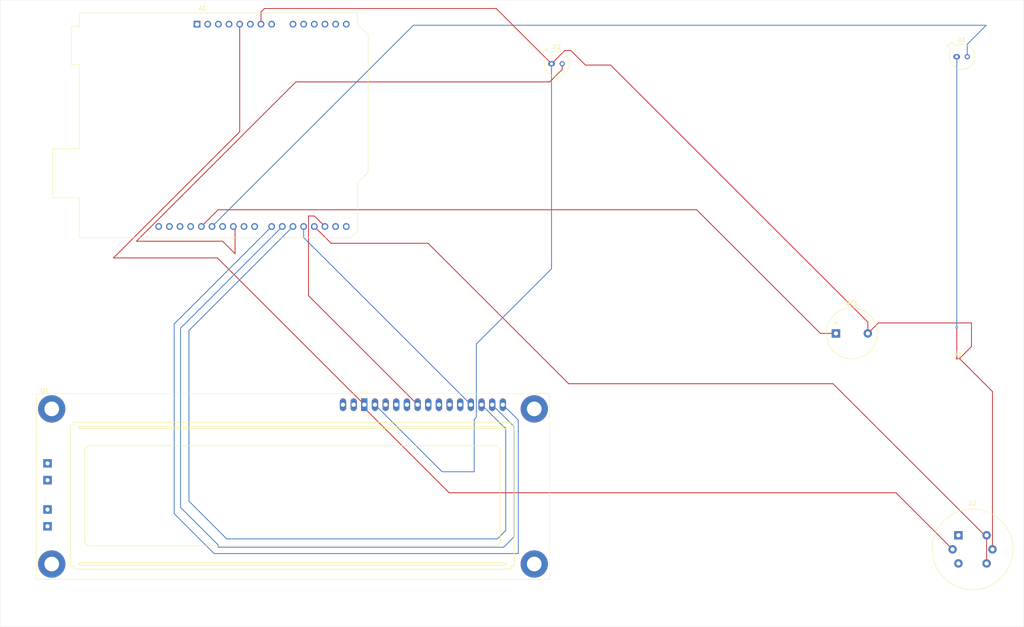
<source format=kicad_pcb>
(kicad_pcb (version 20240108) (generator "pcbnew") (generator_version "8.0")
  (layers (0 "F.Cu" signal) (31 "B.Cu" signal) (34 "B.Paste" user) (35 "F.Paste" user) (36 "B.SilkS" user "B.Silkscreen") (37 "F.SilkS" user "F.Silkscreen") (38 "B.Mask" user) (39 "F.Mask" user) (44 "Edge.Cuts" user))
  (net 0 "")
  (net 1 "Net-(A1-D4)")
  (net 2 "Net-(A1-D3)")
  (net 11 "+5V")
  (net 12 "Net-(A1-D12)")
  (net 13 "GND")
  (net 16 "Net-(A1-D5)")
  (net 18 "Net-(A1-D13)")
  (net 21 "Net-(A1-D10)")
  (net 22 "Net-(A1-D6)")
  (net 31 "Net-(A1-D2)")
  (net 32 "Net-(A1-D7)")
  (net 33 "Net-(D1-K)")
  (footprint "Package_TO_SOT_THT:TO-18-2_Window" (layer "F.Cu") (at 255.46 31)
    (property "Reference" "D1" (at 1.27 -4.02 0) (layer "F.SilkS"))
    (property "Value" "SFH482")
    (fp_line (start -2.214448 -2.494499) (end -1.302281 -1.582331) (stroke (width 0.12)) (layer "F.SilkS"))
    (fp_line (start -1.224499 -3.484448) (end -2.214448 -2.494499) (stroke (width 0.12)) (layer "F.SilkS"))
    (fp_line (start -0.312331 -2.572281) (end -1.224499 -3.484448) (stroke (width 0.12)) (layer "F.SilkS"))
    (fp_arc (start -0.312331 -2.572281) (mid 3.405463 2.135463) (end -1.302281 -1.582331) (stroke (width 0.12)) (layer "F.SilkS"))
    (pad "1" thru_hole oval (at 0 0) (size 1.6 1.2) (drill 0.7) (layers "*.Cu" "*.Mask") (net 33 "Net-(D1-K)"))
    (pad "2" thru_hole circle (at 2.54 0) (size 1.2 1.2) (drill 0.7) (layers "*.Cu" "*.Mask") (net 12 "Net-(A1-D12)"))
  )
  (footprint "Sensor:MQ-6" (layer "F.Cu") (at 255.89 145.14)
    (property "Reference" "U2" (at 3.36 -7.64 0) (layer "F.SilkS"))
    (property "Value" "MQ-6")
    (fp_circle (center 3.36 3.36) (end 12.985 3.36) (stroke (width 0.12)) (fill none) (layer "F.SilkS"))
    (pad "1" thru_hole rect (at 0 0) (size 2 2) (drill 1) (layers "*.Cu" "*.Mask"))
    (pad "2" thru_hole circle (at -1.39 3.36) (size 2 2) (drill 1) (layers "*.Cu" "*.Mask") (net 11 "+5V"))
    (pad "3" thru_hole circle (at 0 6.72 90) (size 2 2) (drill 1) (layers "*.Cu" "*.Mask"))
    (pad "4" thru_hole circle (at 6.72 6.72 180) (size 2 2) (drill 1) (layers "*.Cu" "*.Mask") (net 2 "Net-(A1-D3)"))
    (pad "5" thru_hole circle (at 8.11 3.36) (size 2 2) (drill 1) (layers "*.Cu" "*.Mask") (net 13 "GND"))
    (pad "6" thru_hole circle (at 6.72 0 270) (size 2 2) (drill 1) (layers "*.Cu" "*.Mask") (net 2 "Net-(A1-D3)"))
  )
  (footprint "Buzzer_Beeper:Buzzer_12x9.5RM7.6" (layer "F.Cu") (at 226.7 97)
    (property "Reference" "BZ1" (at 3.8 -7.2 0) (layer "F.SilkS"))
    (property "Value" "Buzzer")
    (fp_circle (center 3.8 0) (end 9.9 0) (stroke (width 0.12)) (fill none) (layer "F.SilkS"))
    (fp_text user "+" (at -0.01 -2.54 0) (layer "F.SilkS"))
    (pad "1" thru_hole rect (at 0 0) (size 2 2) (drill 1) (layers "*.Cu" "*.Mask") (net 18 "Net-(A1-D13)"))
    (pad "2" thru_hole circle (at 7.6 0) (size 2 2) (drill 1) (layers "*.Cu" "*.Mask") (net 13 "GND"))
  )
  (footprint "Display:LCD-016N002L" (layer "F.Cu") (at 114.3 114)
    (property "Reference" "U1" (at -76.21 -3.41 180) (layer "F.SilkS"))
    (property "Value" "LCD-016N002L")
    (fp_line (start -78.14 -2.64) (end -78.14 41.64) (stroke (width 0.12)) (layer "F.SilkS"))
    (fp_line (start -78.14 41.64) (end 44.14 41.64) (stroke (width 0.12)) (layer "F.SilkS"))
    (fp_line (start -69.977 4.953) (end -69.977 38.481) (stroke (width 0.15)) (layer "F.SilkS"))
    (fp_line (start -69.215 4.191) (end -69.215 4.953) (stroke (width 0.15)) (layer "F.SilkS"))
    (fp_line (start -69.215 4.953) (end -69.977 4.953) (stroke (width 0.15)) (layer "F.SilkS"))
    (fp_line (start -69.215 38.481) (end -69.977 38.481) (stroke (width 0.15)) (layer "F.SilkS"))
    (fp_line (start -69.215 39.243) (end -69.215 38.481) (stroke (width 0.15)) (layer "F.SilkS"))
    (fp_line (start -69.215 39.243) (end 34.925 39.243) (stroke (width 0.15)) (layer "F.SilkS"))
    (fp_line (start -68.199 5.461) (end -67.945 5.715) (stroke (width 0.15)) (layer "F.SilkS"))
    (fp_line (start -68.199 37.973) (end -67.945 38.227) (stroke (width 0.15)) (layer "F.SilkS"))
    (fp_line (start -67.945 5.207) (end -68.199 5.461) (stroke (width 0.15)) (layer "F.SilkS"))
    (fp_line (start -67.945 5.715) (end 33.655 5.715) (stroke (width 0.15)) (layer "F.SilkS"))
    (fp_line (start -67.945 37.719) (end -68.199 37.973) (stroke (width 0.15)) (layer "F.SilkS"))
    (fp_line (start -67.945 38.227) (end 33.655 38.227) (stroke (width 0.15)) (layer "F.SilkS"))
    (fp_line (start -66.675 10.541) (end -65.913 9.779) (stroke (width 0.15)) (layer "F.SilkS"))
    (fp_line (start -66.675 32.893) (end -66.675 10.541) (stroke (width 0.15)) (layer "F.SilkS"))
    (fp_line (start -65.913 9.779) (end 31.623 9.779) (stroke (width 0.15)) (layer "F.SilkS"))
    (fp_line (start -65.913 33.655) (end -66.675 32.893) (stroke (width 0.15)) (layer "F.SilkS"))
    (fp_line (start -1 -3) (end 1 -3) (stroke (width 0.12)) (layer "F.SilkS"))
    (fp_line (start 31.623 9.779) (end 32.385 10.541) (stroke (width 0.15)) (layer "F.SilkS"))
    (fp_line (start 31.623 33.655) (end -65.913 33.655) (stroke (width 0.15)) (layer "F.SilkS"))
    (fp_line (start 32.385 10.541) (end 32.385 32.893) (stroke (width 0.15)) (layer "F.SilkS"))
    (fp_line (start 32.385 32.893) (end 31.623 33.655) (stroke (width 0.15)) (layer "F.SilkS"))
    (fp_line (start 33.655 5.207) (end -67.945 5.207) (stroke (width 0.15)) (layer "F.SilkS"))
    (fp_line (start 33.655 5.207) (end 33.909 5.461) (stroke (width 0.15)) (layer "F.SilkS"))
    (fp_line (start 33.655 37.719) (end -67.945 37.719) (stroke (width 0.15)) (layer "F.SilkS"))
    (fp_line (start 33.655 38.227) (end 33.909 37.973) (stroke (width 0.15)) (layer "F.SilkS"))
    (fp_line (start 33.909 5.461) (end 33.655 5.715) (stroke (width 0.15)) (layer "F.SilkS"))
    (fp_line (start 33.909 37.973) (end 33.655 37.719) (stroke (width 0.15)) (layer "F.SilkS"))
    (fp_line (start 34.925 4.191) (end -69.215 4.191) (stroke (width 0.15)) (layer "F.SilkS"))
    (fp_line (start 34.925 4.191) (end 34.925 4.953) (stroke (width 0.15)) (layer "F.SilkS"))
    (fp_line (start 34.925 4.953) (end 35.687 4.953) (stroke (width 0.15)) (layer "F.SilkS"))
    (fp_line (start 34.925 38.481) (end 34.925 39.243) (stroke (width 0.15)) (layer "F.SilkS"))
    (fp_line (start 35.687 38.481) (end 34.925 38.481) (stroke (width 0.15)) (layer "F.SilkS"))
    (fp_line (start 35.687 38.481) (end 35.687 4.953) (stroke (width 0.15)) (layer "F.SilkS"))
    (fp_line (start 44.14 -2.64) (end -78.14 -2.64) (stroke (width 0.12)) (layer "F.SilkS"))
    (fp_line (start 44.14 -2.64) (end 44.14 41.64) (stroke (width 0.12)) (layer "F.SilkS"))
    (pad "" thru_hole circle (at -74.5 1 180) (size 6.5 6.5) (drill 3.5) (layers "*.Cu" "*.Mask"))
    (pad "" thru_hole circle (at -74.5 38 180) (size 6.5 6.5) (drill 3.5) (layers "*.Cu" "*.Mask"))
    (pad "" thru_hole circle (at 40.5 1 180) (size 6.5 6.5) (drill 3.5) (layers "*.Cu" "*.Mask"))
    (pad "" thru_hole circle (at 40.5 38 180) (size 6.5 6.5) (drill 3.5) (layers "*.Cu" "*.Mask"))
    (pad "1" thru_hole rect (at 0 0 180) (size 1.5 3) (drill 1) (layers "*.Cu" "*.Mask") (net 11 "+5V"))
    (pad "2" thru_hole oval (at 2.54 0 180) (size 1.5 3) (drill 1) (layers "*.Cu" "*.Mask") (net 13 "GND"))
    (pad "3" thru_hole oval (at 5.08 0 180) (size 1.5 3) (drill 1) (layers "*.Cu" "*.Mask"))
    (pad "4" thru_hole oval (at 7.62 0 180) (size 1.5 3) (drill 1) (layers "*.Cu" "*.Mask"))
    (pad "5" thru_hole oval (at 10.16 0 180) (size 1.5 3) (drill 1) (layers "*.Cu" "*.Mask"))
    (pad "6" thru_hole oval (at 12.7 0 180) (size 1.5 3) (drill 1) (layers "*.Cu" "*.Mask") (net 31 "Net-(A1-D2)"))
    (pad "7" thru_hole oval (at 15.24 0 180) (size 1.5 3) (drill 1) (layers "*.Cu" "*.Mask"))
    (pad "8" thru_hole oval (at 17.78 0 180) (size 1.5 3) (drill 1) (layers "*.Cu" "*.Mask"))
    (pad "9" thru_hole oval (at 20.32 0 180) (size 1.5 3) (drill 1) (layers "*.Cu" "*.Mask"))
    (pad "10" thru_hole oval (at 22.86 0 180) (size 1.5 3) (drill 1) (layers "*.Cu" "*.Mask"))
    (pad "11" thru_hole oval (at 25.4 0 180) (size 1.5 3) (drill 1) (layers "*.Cu" "*.Mask") (net 1 "Net-(A1-D4)"))
    (pad "12" thru_hole oval (at 27.94 0 180) (size 1.5 3) (drill 1) (layers "*.Cu" "*.Mask") (net 16 "Net-(A1-D5)"))
    (pad "13" thru_hole oval (at 30.48 0 180) (size 1.5 3) (drill 1) (layers "*.Cu" "*.Mask") (net 22 "Net-(A1-D6)"))
    (pad "14" thru_hole oval (at 33.02 0 180) (size 1.5 3) (drill 1) (layers "*.Cu" "*.Mask") (net 32 "Net-(A1-D7)"))
    (pad "15" thru_hole oval (at -2.54 0 180) (size 1.5 3) (drill 1) (layers "*.Cu" "*.Mask"))
    (pad "16" thru_hole oval (at -5.08 0 180) (size 1.5 3) (drill 1) (layers "*.Cu" "*.Mask"))
    (pad "A1" thru_hole rect (at -75.5 14 180) (size 2 2) (drill 1) (layers "*.Cu" "*.Mask"))
    (pad "A2" thru_hole rect (at -75.5 25 180) (size 2 2) (drill 1) (layers "*.Cu" "*.Mask"))
    (pad "K1" thru_hole rect (at -75.5 18 180) (size 2 2) (drill 1) (layers "*.Cu" "*.Mask"))
    (pad "K2" thru_hole rect (at -75.5 29 180) (size 2 2) (drill 1) (layers "*.Cu" "*.Mask"))
  )
  (footprint "Resistor_SMD:R_0201_0603Metric" (layer "F.Cu") (at 255.82 103)
    (property "Reference" "R1" (at 0 -1.05 0) (layer "F.SilkS"))
    (property "Value" "R")
    (pad "1" smd roundrect (at -0.32 0) (size 0.46 0.4) (layers "F.Cu" "F.Mask") (net 33 "Net-(D1-K)"))
    (pad "2" smd roundrect (at 0.32 0) (size 0.46 0.4) (layers "F.Cu" "F.Mask") (net 13 "GND"))
  )
  (footprint "Module:Arduino_UNO_R3" (layer "F.Cu") (at 74.44 23.24)
    (property "Reference" "A1" (at 1.27 -3.81 180) (layer "F.SilkS"))
    (property "Value" "Arduino_UNO_R3")
    (fp_line (start -34.42 29.72) (end -34.42 41.4) (stroke (width 0.12)) (layer "F.SilkS"))
    (fp_line (start -34.42 41.4) (end -28.07 41.4) (stroke (width 0.12)) (layer "F.SilkS"))
    (fp_line (start -29.97 0.51) (end -29.97 9.65) (stroke (width 0.12)) (layer "F.SilkS"))
    (fp_line (start -29.97 9.65) (end -28.07 9.65) (stroke (width 0.12)) (layer "F.SilkS"))
    (fp_line (start -28.07 -2.67) (end -28.07 0.51) (stroke (width 0.12)) (layer "F.SilkS"))
    (fp_line (start -28.07 0.51) (end -29.97 0.51) (stroke (width 0.12)) (layer "F.SilkS"))
    (fp_line (start -28.07 9.65) (end -28.07 29.72) (stroke (width 0.12)) (layer "F.SilkS"))
    (fp_line (start -28.07 29.72) (end -34.42 29.72) (stroke (width 0.12)) (layer "F.SilkS"))
    (fp_line (start -28.07 41.4) (end -28.07 50.93) (stroke (width 0.12)) (layer "F.SilkS"))
    (fp_line (start -28.07 50.93) (end 36.58 50.93) (stroke (width 0.12)) (layer "F.SilkS"))
    (fp_line (start 36.58 50.93) (end 38.23 49.28) (stroke (width 0.12)) (layer "F.SilkS"))
    (fp_line (start 38.23 -2.67) (end -28.07 -2.67) (stroke (width 0.12)) (layer "F.SilkS"))
    (fp_line (start 38.23 0) (end 38.23 -2.67) (stroke (width 0.12)) (layer "F.SilkS"))
    (fp_line (start 38.23 37.85) (end 40.77 35.31) (stroke (width 0.12)) (layer "F.SilkS"))
    (fp_line (start 38.23 49.28) (end 38.23 37.85) (stroke (width 0.12)) (layer "F.SilkS"))
    (fp_line (start 40.77 2.54) (end 38.23 0) (stroke (width 0.12)) (layer "F.SilkS"))
    (fp_line (start 40.77 35.31) (end 40.77 2.54) (stroke (width 0.12)) (layer "F.SilkS"))
    (pad "1" thru_hole rect (at 0 0 90) (size 1.6 1.6) (drill 1) (layers "*.Cu" "*.Mask"))
    (pad "2" thru_hole oval (at 2.54 0 90) (size 1.6 1.6) (drill 1) (layers "*.Cu" "*.Mask"))
    (pad "3" thru_hole oval (at 5.08 0 90) (size 1.6 1.6) (drill 1) (layers "*.Cu" "*.Mask"))
    (pad "4" thru_hole oval (at 7.62 0 90) (size 1.6 1.6) (drill 1) (layers "*.Cu" "*.Mask"))
    (pad "5" thru_hole oval (at 10.16 0 90) (size 1.6 1.6) (drill 1) (layers "*.Cu" "*.Mask") (net 11 "+5V"))
    (pad "6" thru_hole oval (at 12.7 0 90) (size 1.6 1.6) (drill 1) (layers "*.Cu" "*.Mask"))
    (pad "7" thru_hole oval (at 15.24 0 90) (size 1.6 1.6) (drill 1) (layers "*.Cu" "*.Mask") (net 13 "GND"))
    (pad "8" thru_hole oval (at 17.78 0 90) (size 1.6 1.6) (drill 1) (layers "*.Cu" "*.Mask"))
    (pad "9" thru_hole oval (at 22.86 0 90) (size 1.6 1.6) (drill 1) (layers "*.Cu" "*.Mask"))
    (pad "10" thru_hole oval (at 25.4 0 90) (size 1.6 1.6) (drill 1) (layers "*.Cu" "*.Mask"))
    (pad "11" thru_hole oval (at 27.94 0 90) (size 1.6 1.6) (drill 1) (layers "*.Cu" "*.Mask"))
    (pad "12" thru_hole oval (at 30.48 0 90) (size 1.6 1.6) (drill 1) (layers "*.Cu" "*.Mask"))
    (pad "13" thru_hole oval (at 33.02 0 90) (size 1.6 1.6) (drill 1) (layers "*.Cu" "*.Mask"))
    (pad "14" thru_hole oval (at 35.56 0 90) (size 1.6 1.6) (drill 1) (layers "*.Cu" "*.Mask"))
    (pad "15" thru_hole oval (at 35.56 48.26 90) (size 1.6 1.6) (drill 1) (layers "*.Cu" "*.Mask"))
    (pad "16" thru_hole oval (at 33.02 48.26 90) (size 1.6 1.6) (drill 1) (layers "*.Cu" "*.Mask"))
    (pad "17" thru_hole oval (at 30.48 48.26 90) (size 1.6 1.6) (drill 1) (layers "*.Cu" "*.Mask") (net 31 "Net-(A1-D2)"))
    (pad "18" thru_hole oval (at 27.94 48.26 90) (size 1.6 1.6) (drill 1) (layers "*.Cu" "*.Mask") (net 2 "Net-(A1-D3)"))
    (pad "19" thru_hole oval (at 25.4 48.26 90) (size 1.6 1.6) (drill 1) (layers "*.Cu" "*.Mask") (net 1 "Net-(A1-D4)"))
    (pad "20" thru_hole oval (at 22.86 48.26 90) (size 1.6 1.6) (drill 1) (layers "*.Cu" "*.Mask") (net 16 "Net-(A1-D5)"))
    (pad "21" thru_hole oval (at 20.32 48.26 90) (size 1.6 1.6) (drill 1) (layers "*.Cu" "*.Mask") (net 22 "Net-(A1-D6)"))
    (pad "22" thru_hole oval (at 17.78 48.26 90) (size 1.6 1.6) (drill 1) (layers "*.Cu" "*.Mask") (net 32 "Net-(A1-D7)"))
    (pad "23" thru_hole oval (at 13.72 48.26 90) (size 1.6 1.6) (drill 1) (layers "*.Cu" "*.Mask"))
    (pad "24" thru_hole oval (at 11.18 48.26 90) (size 1.6 1.6) (drill 1) (layers "*.Cu" "*.Mask"))
    (pad "25" thru_hole oval (at 8.64 48.26 90) (size 1.6 1.6) (drill 1) (layers "*.Cu" "*.Mask") (net 21 "Net-(A1-D10)"))
    (pad "26" thru_hole oval (at 6.1 48.26 90) (size 1.6 1.6) (drill 1) (layers "*.Cu" "*.Mask"))
    (pad "27" thru_hole oval (at 3.56 48.26 90) (size 1.6 1.6) (drill 1) (layers "*.Cu" "*.Mask") (net 12 "Net-(A1-D12)"))
    (pad "28" thru_hole oval (at 1.02 48.26 90) (size 1.6 1.6) (drill 1) (layers "*.Cu" "*.Mask") (net 18 "Net-(A1-D13)"))
    (pad "29" thru_hole oval (at -1.52 48.26 90) (size 1.6 1.6) (drill 1) (layers "*.Cu" "*.Mask"))
    (pad "30" thru_hole oval (at -4.06 48.26 90) (size 1.6 1.6) (drill 1) (layers "*.Cu" "*.Mask"))
    (pad "31" thru_hole oval (at -6.6 48.26 90) (size 1.6 1.6) (drill 1) (layers "*.Cu" "*.Mask"))
    (pad "32" thru_hole oval (at -9.14 48.26 90) (size 1.6 1.6) (drill 1) (layers "*.Cu" "*.Mask"))
  )
  (footprint "Package_TO_SOT_THT:TO-18-2_Window" (layer "F.Cu") (at 158.914724 32.684724)
    (property "Reference" "D2" (at 1.27 -4.02 0) (layer "F.SilkS"))
    (property "Value" "SFH482")
    (fp_line (start -2.214448 -2.494499) (end -1.302281 -1.582331) (stroke (width 0.12)) (layer "F.SilkS"))
    (fp_line (start -1.224499 -3.484448) (end -2.214448 -2.494499) (stroke (width 0.12)) (layer "F.SilkS"))
    (fp_line (start -0.312331 -2.572281) (end -1.224499 -3.484448) (stroke (width 0.12)) (layer "F.SilkS"))
    (fp_arc (start -0.312331 -2.572281) (mid 3.405463 2.135463) (end -1.302281 -1.582331) (stroke (width 0.12)) (layer "F.SilkS"))
    (pad "1" thru_hole oval (at 0 0) (size 1.6 1.2) (drill 0.7) (layers "*.Cu" "*.Mask") (net 13 "GND"))
    (pad "2" thru_hole circle (at 2.54 0) (size 1.2 1.2) (drill 0.7) (layers "*.Cu" "*.Mask") (net 21 "Net-(A1-D10)"))
  )
  (gr_rect (start 27.5 17.5) (end 271.5 167) (stroke (width 0.05)) (fill none) (layer "Edge.Cuts"))
  (segment (start 139.7 114) (end 99.84 74.14) (width 0.2) (layer "B.Cu") (net 1))
  (segment (start 99.84 74.14) (end 99.84 71.5) (width 0.2) (layer "B.Cu") (net 1))
  (segment (start 226 109) (end 163 109) (width 0.2) (layer "F.Cu") (net 2))
  (segment (start 129.5 75.5) (end 106.38 75.5) (width 0.2) (layer "F.Cu") (net 2))
  (segment (start 262.61 151.86) (end 262.61 145.14) (width 0.2) (layer "F.Cu") (net 2))
  (segment (start 163 109) (end 129.5 75.5) (width 0.2) (layer "F.Cu") (net 2))
  (segment (start 106.38 75.5) (end 102.38 71.5) (width 0.2) (layer "F.Cu") (net 2))
  (segment (start 262.14 145.14) (end 226 109) (width 0.2) (layer "F.Cu") (net 2))
  (segment (start 262.61 145.14) (end 262.14 145.14) (width 0.2) (layer "F.Cu") (net 2))
  (segment (start 134.5 135) (end 241 135) (width 0.2) (layer "F.Cu") (net 11))
  (segment (start 241 135) (end 254.5 148.5) (width 0.2) (layer "F.Cu") (net 11))
  (segment (start 79.3 79) (end 114.3 114) (width 0.2) (layer "F.Cu") (net 11))
  (segment (start 114.3 114.8) (end 134.5 135) (width 0.2) (layer "F.Cu") (net 11))
  (segment (start 84.6 48.9) (end 54.5 79) (width 0.2) (layer "F.Cu") (net 11))
  (segment (start 84.6 23.24) (end 84.6 48.9) (width 0.2) (layer "F.Cu") (net 11))
  (segment (start 54.5 79) (end 79.3 79) (width 0.2) (layer "F.Cu") (net 11))
  (segment (start 114.3 114) (end 114.3 114.8) (width 0.2) (layer "F.Cu") (net 11))
  (segment (start 258 28) (end 258 31) (width 0.2) (layer "B.Cu") (net 12))
  (segment (start 262.5 23.5) (end 258 28) (width 0.2) (layer "B.Cu") (net 12))
  (segment (start 126 23.5) (end 262.5 23.5) (width 0.2) (layer "B.Cu") (net 12))
  (segment (start 78 71.5) (end 126 23.5) (width 0.2) (layer "B.Cu") (net 12))
  (segment (start 158.914724 32.684724) (end 145.73 19.5) (width 0.2) (layer "F.Cu") (net 13))
  (segment (start 167 33) (end 163.5 29.5) (width 0.2) (layer "F.Cu") (net 13))
  (segment (start 90.5 19.5) (end 89.68 20.32) (width 0.2) (layer "F.Cu") (net 13))
  (segment (start 162.099448 29.5) (end 158.914724 32.684724) (width 0.2) (layer "F.Cu") (net 13))
  (segment (start 89.68 20.32) (end 89.68 23.24) (width 0.2) (layer "F.Cu") (net 13))
  (segment (start 163.5 29.5) (end 162.099448 29.5) (width 0.2) (layer "F.Cu") (net 13))
  (segment (start 145.73 19.5) (end 90.5 19.5) (width 0.2) (layer "F.Cu") (net 13))
  (segment (start 259 100.14) (end 259 94.5) (width 0.2) (layer "F.Cu") (net 13))
  (segment (start 256.14 103) (end 259 100.14) (width 0.2) (layer "F.Cu") (net 13))
  (segment (start 236.8 94.5) (end 234.3 97) (width 0.2) (layer "F.Cu") (net 13))
  (segment (start 173 33) (end 167 33) (width 0.2) (layer "F.Cu") (net 13))
  (segment (start 264 148.5) (end 264 110.86) (width 0.2) (layer "F.Cu") (net 13))
  (segment (start 234.3 97) (end 234.3 94.3) (width 0.2) (layer "F.Cu") (net 13))
  (segment (start 234.3 94.3) (end 173 33) (width 0.2) (layer "F.Cu") (net 13))
  (segment (start 259 94.5) (end 236.8 94.5) (width 0.2) (layer "F.Cu") (net 13))
  (segment (start 264 110.86) (end 256.14 103) (width 0.2) (layer "F.Cu") (net 13))
  (segment (start 140.5 117.5) (end 141 117) (width 0.2) (layer "B.Cu") (net 13))
  (segment (start 116.84 114) (end 132.84 130) (width 0.2) (layer "B.Cu") (net 13))
  (segment (start 132.84 130) (end 140.5 130) (width 0.2) (layer "B.Cu") (net 13))
  (segment (start 158.914724 81.585276) (end 158.914724 32.684724) (width 0.2) (layer "B.Cu") (net 13))
  (segment (start 140.5 130) (end 140.5 117.5) (width 0.2) (layer "B.Cu") (net 13))
  (segment (start 141 117) (end 141 99.5) (width 0.2) (layer "B.Cu") (net 13))
  (segment (start 141 99.5) (end 158.914724 81.585276) (width 0.2) (layer "B.Cu") (net 13))
  (segment (start 148 119.5) (end 148 144) (width 0.2) (layer "B.Cu") (net 16))
  (segment (start 142.24 114) (end 147.74 119.5) (width 0.2) (layer "B.Cu") (net 16))
  (segment (start 72.5 137) (end 72.5 96.3) (width 0.2) (layer "B.Cu") (net 16))
  (segment (start 147.74 119.5) (end 148 119.5) (width 0.2) (layer "B.Cu") (net 16))
  (segment (start 146 146) (end 81.5 146) (width 0.2) (layer "B.Cu") (net 16))
  (segment (start 72.5 96.3) (end 97.3 71.5) (width 0.2) (layer "B.Cu") (net 16))
  (segment (start 81.5 146) (end 72.5 137) (width 0.2) (layer "B.Cu") (net 16))
  (segment (start 148 144) (end 146 146) (width 0.2) (layer "B.Cu") (net 16))
  (segment (start 226.7 97) (end 223 97) (width 0.2) (layer "F.Cu") (net 18))
  (segment (start 223 97) (end 193.5 67.5) (width 0.2) (layer "F.Cu") (net 18))
  (segment (start 193.5 67.5) (end 79.46 67.5) (width 0.2) (layer "F.Cu") (net 18))
  (segment (start 79.46 67.5) (end 75.46 71.5) (width 0.2) (layer "F.Cu") (net 18))
  (segment (start 161.454724 34.045276) (end 161.454724 32.684724) (width 0.2) (layer "F.Cu") (net 21))
  (segment (start 83.5 78) (end 80.5 75) (width 0.2) (layer "F.Cu") (net 21))
  (segment (start 60 75) (end 98 37) (width 0.2) (layer "F.Cu") (net 21))
  (segment (start 80.5 75) (end 60 75) (width 0.2) (layer "F.Cu") (net 21))
  (segment (start 83.08 71.5) (end 83.5 71.92) (width 0.2) (layer "F.Cu") (net 21))
  (segment (start 158.5 37) (end 161.454724 34.045276) (width 0.2) (layer "F.Cu") (net 21))
  (segment (start 98 37) (end 158.5 37) (width 0.2) (layer "F.Cu") (net 21))
  (segment (start 83.5 71.92) (end 83.5 78) (width 0.2) (layer "F.Cu") (net 21))
  (segment (start 94.76 71.5) (end 70.5 95.76) (width 0.2) (layer "B.Cu") (net 22))
  (segment (start 79.5 148) (end 147.5 148) (width 0.2) (layer "B.Cu") (net 22))
  (segment (start 70.5 138.5) (end 79.5 147.5) (width 0.2) (layer "B.Cu") (net 22))
  (segment (start 147.5 148) (end 150 145.5) (width 0.2) (layer "B.Cu") (net 22))
  (segment (start 150 119.22) (end 144.78 114) (width 0.2) (layer "B.Cu") (net 22))
  (segment (start 70.5 95.76) (end 70.5 138.5) (width 0.2) (layer "B.Cu") (net 22))
  (segment (start 150 145.5) (end 150 119.22) (width 0.2) (layer "B.Cu") (net 22))
  (segment (start 79.5 147.5) (end 79.5 148) (width 0.2) (layer "B.Cu") (net 22))
  (segment (start 102.42 69) (end 104.92 71.5) (width 0.2) (layer "F.Cu") (net 31))
  (segment (start 127 114) (end 101 88) (width 0.2) (layer "F.Cu") (net 31))
  (segment (start 101 88) (end 101 69) (width 0.2) (layer "F.Cu") (net 31))
  (segment (start 101 69) (end 102.42 69) (width 0.2) (layer "F.Cu") (net 31))
  (segment (start 147.32 114) (end 151 117.68) (width 0.2) (layer "B.Cu") (net 32))
  (segment (start 78.5 149.5) (end 69 140) (width 0.2) (layer "B.Cu") (net 32))
  (segment (start 69 140) (end 69 94.72) (width 0.2) (layer "B.Cu") (net 32))
  (segment (start 151 117.68) (end 151 149.5) (width 0.2) (layer "B.Cu") (net 32))
  (segment (start 69 94.72) (end 92.22 71.5) (width 0.2) (layer "B.Cu") (net 32))
  (segment (start 151 149.5) (end 78.5 149.5) (width 0.2) (layer "B.Cu") (net 32))
  (segment (start 255.5 103) (end 255.5 95.5) (width 0.2) (layer "F.Cu") (net 33))
  (via (at 255.5 95.5) (size 0.6) (drill 0.3) (layers "F.Cu" "B.Cu") (net 33))
  (segment (start 255.5 95.5) (end 255.5 31.04) (width 0.2) (layer "B.Cu") (net 33))
  (segment (start 255.5 31.04) (end 255.46 31) (width 0.2) (layer "B.Cu") (net 33))
)
</source>
